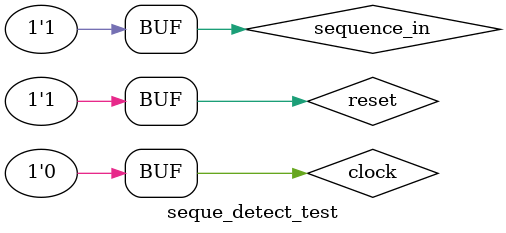
<source format=v>
`timescale 1ns / 1ps


module seque_detect_test;

	// Inputs
	reg clock;
	reg reset;
	reg sequence_in;
	// Outputs
	wire detector_out;

	// Instantiate the Unit Under Test (UUT)
	seque_detect uut (
		.clock(clock), 
		.reset(reset), 
		.sequence_in(sequence_in), 
		.detector_out(detector_out)
	);

	initial begin
		// Initialize Inputs
		clock = 0;
		reset = 0;
		sequence_in = 0;

		#10 reset=0; #20 reset =1;
		#20 sequence_in=111011011;
		#40 sequence_in=1011011011;
        
		// Add stimulus here

	end
      
endmodule


</source>
